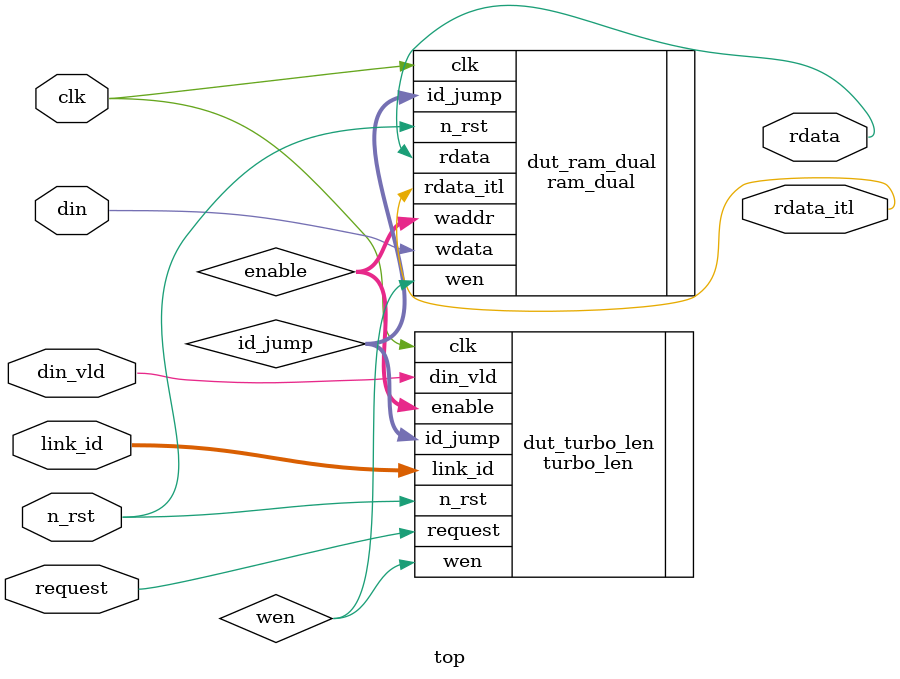
<source format=v>
`timescale 1ps/1ps
module top (
    input clk,
    input n_rst,
    input [5:0] link_id,
    input din,
    input din_vld,
    input request,
    output rdata,
    output rdata_itl
    //input wen
);
    wire [15:0] enable;
    wire [15:0] id_jump;
    wire wen;
    //wire [12:0] m_len;

    ram_dual dut_ram_dual (
        .clk(clk),
        .n_rst(n_rst),
        .wdata(din),
        .waddr(enable),
        .id_jump(id_jump),
        .rdata(rdata),
        .rdata_itl(rdata_itl),
        .wen(wen)
    );

    turbo_len dut_turbo_len (
        .clk(clk),
        .n_rst(n_rst),
        .din_vld(din_vld),
        .request(request),
        .link_id(link_id),
        .enable(enable),
        .id_jump(id_jump),
        .wen(wen)
    );

    
endmodule
</source>
